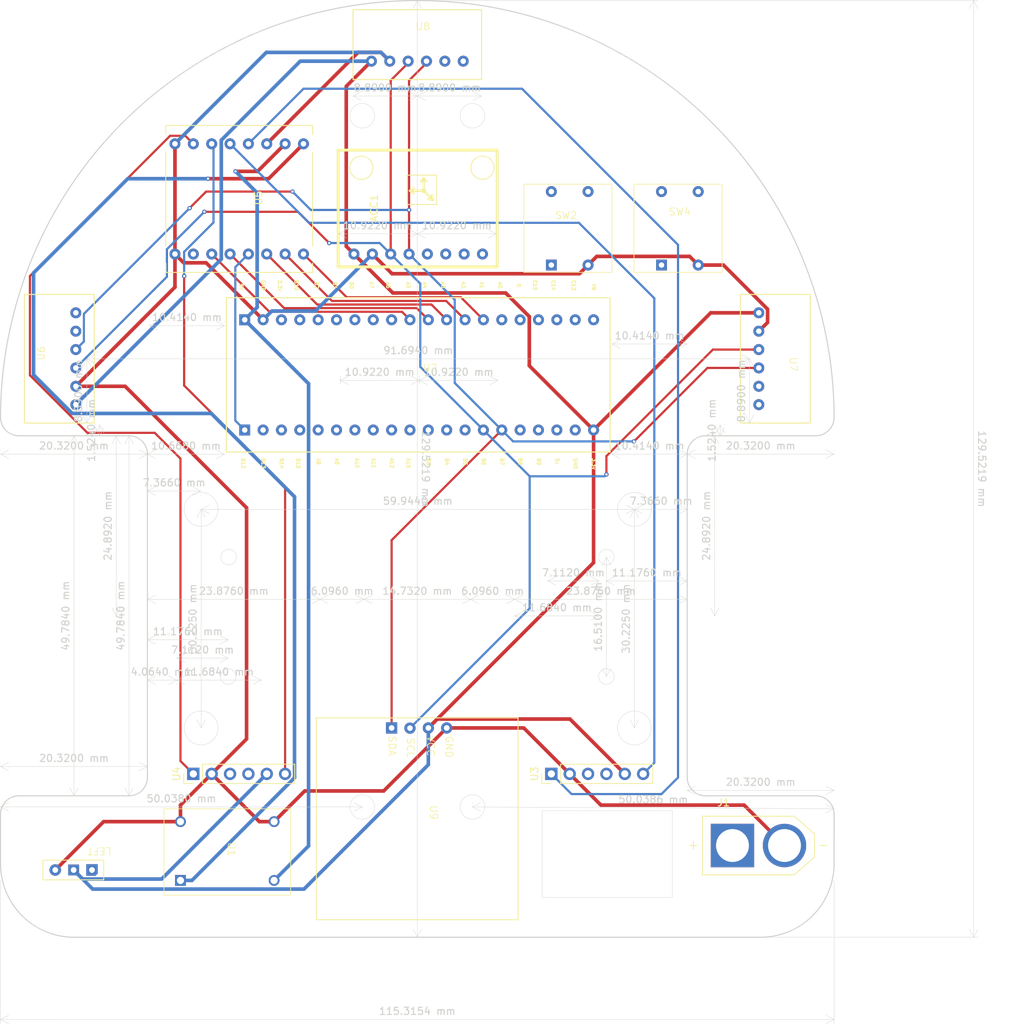
<source format=kicad_pcb>
(kicad_pcb (version 20240108) (generator "pcbnew") (generator_version "8.0")
  (layers (0 "F.Cu" signal) (31 "B.Cu" signal) (34 "B.Paste" user) (35 "F.Paste" user) (36 "B.SilkS" user "B.Silkscreen") (37 "F.SilkS" user "F.Silkscreen") (38 "B.Mask" user) (39 "F.Mask" user) (44 "Edge.Cuts" user))
  (net 0 "")
  (net 1 "3.3v")
  (net 2 "GND")
  (net 3 "SDA")
  (net 4 "SCL")
  (net 5 "push button")
  (net 6 "XSHUT 1")
  (net 7 "XSHUT 2")
  (net 10 "encoder A2")
  (net 12 "STBY")
  (net 14 "encoder A1")
  (net 15 "PWM B")
  (net 17 "encoder B1")
  (net 18 "XSHUT 3")
  (net 24 "BIN2")
  (net 26 "push button 1")
  (net 27 "encoder B2")
  (net 29 "BIN1")
  (net 30 "AIN1")
  (net 31 "AIN2")
  (net 33 "5v")
  (net 36 "PWM A")
  (net 41 "7.4vb")
  (net 42 "AO2")
  (net 43 "AO1")
  (net 44 "BO2")
  (net 45 "BO1")
  (net 46 "7.4v")
  (net 54 "slide_SW")
  (footprint "slide switch:SLIDE SW" (layer "F.Cu") (at 111.76 135.6868 180)
    (property "Reference" "SW3" (hide yes))
    (property "Value" "SW_SPDT_312" (hide yes))
  )
  (footprint "GY-521:GY-521_SMD" (layer "F.Cu") (at 170.307 55.372 90)
    (property "Reference" "ACC1")
    (property "Value" "GY-521")
  )
  (footprint "TB6612FNG:TB6612FNG" (layer "F.Cu") (at 134.62 45.974 -90)
    (property "Reference" "U5")
    (property "Value" "TB6612FNG")
  )
  (footprint "VL53L0X:VL53L0X" (layer "F.Cu") (at 203.962 59.182 -90)
    (property "Reference" "U7")
    (property "Value" "VL53L0X right")
  )
  (footprint "buck:buck" (layer "F.Cu") (at 130.048 134.874 90)
    (property "Reference" "U1")
    (property "Value" "BUCK")
  )
  (footprint "VL53L0X:VL53L0X" (layer "F.Cu") (at 150.368 29.464)
    (property "Reference" "U8")
    (property "Value" "VL53L0X middle")
  )
  (footprint "XT60:AMASS_XT60-M" (layer "F.Cu") (at 206.458 135.382)
    (property "Reference" "J1")
    (property "Value" "XT60-M")
  )
  (footprint "push button:push_button" (layer "F.Cu") (at 195.072 50.546 90)
    (property "Reference" "SW4")
    (property "Value" "SW_Push")
  )
  (footprint "oled:oled" (layer "F.Cu") (at 161.036 130.81 -90)
    (property "Reference" "U9")
    (property "Value" "oled i2c")
  )
  (footprint "Connector_PinHeader_2.54mm:PinHeader_1x06_P2.54mm_Vertical" (layer "F.Cu") (at 177.8 125.476 90)
    (property "Reference" "U3")
    (property "Value" "N20 encoder right")
  )
  (footprint "Connector_PinHeader_2.54mm:PinHeader_1x06_P2.54mm_Vertical" (layer "F.Cu") (at 128.27 125.476 90)
    (property "Reference" "U4")
    (property "Value" "N20 encoder left")
  )
  (footprint "push button:push_button" (layer "F.Cu") (at 179.832 50.546 90)
    (property "Reference" "SW2")
    (property "Value" "SW_Push")
  )
  (footprint "STM32:STM32" (layer "F.Cu") (at 132.842 80.9752)
    (property "Reference" "U2")
    (property "Value" "STM32 Blackpill")
  )
  (footprint "VL53L0X:VL53L0X" (layer "F.Cu") (at 114.554 76.962 90)
    (property "Reference" "U6")
    (property "Value" "VL53L0X left")
  )
  (gr_circle (center 166.878 130.048) (end 167.64 131.572) (stroke (width 0.05)) (fill none) (layer "Edge.Cuts"))
  (gr_circle (center 151.638 34.469883) (end 152.4 35.993883) (stroke (width 0.05)) (fill none) (layer "Edge.Cuts"))
  (gr_arc (start 214.376 128.505949) (mid 216.172051 129.249898) (end 216.916 131.045949) (stroke (width 0.15)) (layer "Edge.Cuts"))
  (gr_circle (center 129.34763 119.126) (end 130.87163 120.904) (stroke (width 0.05)) (fill none) (layer "Edge.Cuts"))
  (gr_arc (start 196.596 81.261949) (mid 197.339949 79.465898) (end 199.136 78.721949) (stroke (width 0.15)) (layer "Edge.Cuts"))
  (gr_arc (start 121.92 125.965949) (mid 121.176051 127.762) (end 119.38 128.505949) (stroke (width 0.15)) (layer "Edge.Cuts"))
  (gr_circle (center 133.096 112.014) (end 133.858 112.776) (stroke (width 0.05)) (fill none) (layer "Edge.Cuts"))
  (gr_line (start 101.6 131.045949) (end 101.6 137.903949) (stroke (width 0.15)) (layer "Edge.Cuts"))
  (gr_circle (center 151.638 130.048) (end 152.4 131.572) (stroke (width 0.05)) (fill none) (layer "Edge.Cuts"))
  (gr_arc (start 101.6 131.045949) (mid 102.343949 129.249898) (end 104.14 128.505949) (stroke (width 0.15)) (layer "Edge.Cuts"))
  (gr_circle (center 189.29163 88.9) (end 190.81563 90.678) (stroke (width 0.05)) (fill none) (layer "Edge.Cuts"))
  (gr_line (start 216.916 131.045949) (end 216.915442 137.90339) (stroke (width 0.15)) (layer "Edge.Cuts"))
  (gr_arc (start 104.14 78.721451) (mid 102.350496 77.983822) (end 101.600558 76.199442) (stroke (width 0.15)) (layer "Edge.Cuts"))
  (gr_circle (center 166.878 34.469883) (end 167.64 35.993883) (stroke (width 0.05)) (fill none) (layer "Edge.Cuts"))
  (gr_circle (center 133.15763 95.504) (end 133.91963 96.266) (stroke (width 0.05)) (fill none) (layer "Edge.Cuts"))
  (gr_circle (center 185.42 112.014) (end 186.182 112.776) (stroke (width 0.05)) (fill none) (layer "Edge.Cuts"))
  (gr_circle (center 185.42 95.504) (end 186.182 96.266) (stroke (width 0.05)) (fill none) (layer "Edge.Cuts"))
  (gr_line (start 199.136 128.505949) (end 214.376 128.505949) (stroke (width 0.15)) (layer "Edge.Cuts"))
  (gr_line (start 111.76 148.063949) (end 206.756 148.063948) (stroke (width 0.15)) (layer "Edge.Cuts"))
  (gr_arc (start 101.600558 76.199442) (mid 159.257721 18.542) (end 216.915442 76.198883) (stroke (width 0.15)) (layer "Edge.Cuts"))
  (gr_line (start 199.136 78.721949) (end 214.376 78.721949) (stroke (width 0.15)) (layer "Edge.Cuts"))
  (gr_line (start 196.596 81.261949) (end 196.596 125.965949) (stroke (width 0.15)) (layer "Edge.Cuts"))
  (gr_arc (start 199.136 128.505949) (mid 197.339949 127.762) (end 196.596 125.965949) (stroke (width 0.15)) (layer "Edge.Cuts"))
  (gr_line (start 119.38 128.505949) (end 104.14 128.505949) (stroke (width 0.15)) (layer "Edge.Cuts"))
  (gr_circle (center 129.34763 88.90096) (end 130.87163 90.67896) (stroke (width 0.05)) (fill none) (layer "Edge.Cuts"))
  (gr_circle (center 189.29163 119.126) (end 190.81563 120.904) (stroke (width 0.05)) (fill none) (layer "Edge.Cuts"))
  (gr_arc (start 119.38 78.721949) (mid 121.176051 79.465898) (end 121.92 81.261949) (stroke (width 0.15)) (layer "Edge.Cuts"))
  (gr_line (start 104.14 78.721949) (end 119.38 78.721949) (stroke (width 0.15)) (layer "Edge.Cuts"))
  (gr_line (start 121.92 81.261949) (end 121.92 125.965949) (stroke (width 0.15)) (layer "Edge.Cuts"))
  (gr_arc (start 216.915442 76.198883) (mid 216.165699 77.983623) (end 214.376 78.721447) (stroke (width 0.15)) (layer "Edge.Cuts"))
  (gr_arc (start 111.76 148.063949) (mid 104.575795 145.088154) (end 101.6 137.903949) (stroke (width 0.15)) (layer "Edge.Cuts"))
  (gr_rect (start 176.53 130.556) (end 194.53 142.556) (stroke (width 0.05)) (fill none) (layer "Edge.Cuts"))
  (gr_arc (start 216.915442 137.90339) (mid 213.940008 145.087561) (end 206.756 148.063391) (stroke (width 0.15)) (layer "Edge.Cuts"))
  (gr_text "B3" (at 160.528 81.7372 -90) (layer "F.SilkS") (effects (font (size 0.5 0.5) (thickness 0.125) (bold yes)) (justify left bottom)))
  (gr_text "B12\n" (at 134.874 81.7372 -90) (layer "F.SilkS") (effects (font (size 0.5 0.5) (thickness 0.125) (bold yes)) (justify left bottom)))
  (gr_text "A5" (at 157.734 57.3532 -90) (layer "F.SilkS") (effects (font (size 0.5 0.5) (thickness 0.125) (bold yes)) (justify left bottom)))
  (gr_text "B5" (at 165.608 81.7372 -90) (layer "F.SilkS") (effects (font (size 0.5 0.5) (thickness 0.125) (bold yes)) (justify left bottom)))
  (gr_text "A11" (at 152.908 81.7372 -90) (layer "F.SilkS") (effects (font (size 0.5 0.5) (thickness 0.125) (bold yes)) (justify left bottom)))
  (gr_text "A1" (at 167.894 57.3532 -90) (layer "F.SilkS") (effects (font (size 0.5 0.5) (thickness 0.125) (bold yes)) (justify left bottom)))
  (gr_text "B13" (at 137.668 81.7372 -90) (layer "F.SilkS") (effects (font (size 0.5 0.5) (thickness 0.125) (bold yes)) (justify left bottom)))
  (gr_text "5V" (at 134.62 57.6072 -90) (layer "F.SilkS") (effects (font (size 0.5 0.5) (thickness 0.125) (bold yes)) (justify left bottom)))
  (gr_text "A15" (at 157.734 81.7372 -90) (layer "F.SilkS") (effects (font (size 0.5 0.5) (thickness 0.125) (bold yes)) (justify left bottom)))
  (gr_text "B2" (at 145.034 57.3532 -90) (layer "F.SilkS") (effects (font (size 0.5 0.5) (thickness 0.125) (bold yes)) (justify left bottom)))
  (gr_text "A4" (at 160.02 57.3532 -90) (layer "F.SilkS") (effects (font (size 0.5 0.5) (thickness 0.125) (bold yes)) (justify left bottom)))
  (gr_text "C15" (at 175.26 57.0992 -90) (layer "F.SilkS") (effects (font (size 0.5 0.5) (thickness 0.125) (bold yes)) (justify left bottom)))
  (gr_text "B4" (at 163.068 81.7372 -90) (layer "F.SilkS") (effects (font (size 0.5 0.5) (thickness 0.125) (bold yes)) (justify left bottom)))
  (gr_text "5v" (at 178.308 81.7372 -90) (layer "F.SilkS") (effects (font (size 0.5 0.5) (thickness 0.125) (bold yes)) (justify left bottom)))
  (gr_text "A10" (at 150.622 81.7372 -90) (layer "F.SilkS") (effects (font (size 0.5 0.5) (thickness 0.125) (bold yes)) (justify left bottom)))
  (gr_text "VB\n" (at 183.388 57.6072 -90) (layer "F.SilkS") (effects (font (size 0.5 0.5) (thickness 0.125) (bold yes)) (justify left bottom)))
  (gr_text "B0" (at 149.86 57.3532 -90) (layer "F.SilkS") (effects (font (size 0.5 0.5) (thickness 0.125) (bold yes)) (justify left bottom)))
  (gr_text "A2" (at 165.354 57.3532 -90) (layer "F.SilkS") (effects (font (size 0.5 0.5) (thickness 0.125) (bold yes)) (justify left bottom)))
  (gr_text "B15" (at 142.494 81.7372 -90) (layer "F.SilkS") (effects (font (size 0.5 0.5) (thickness 0.125) (bold yes)) (justify left bottom)))
  (gr_text "A3" (at 162.56 57.3532 -90) (layer "F.SilkS") (effects (font (size 0.5 0.5) (thickness 0.125) (bold yes)) (justify left bottom)))
  (gr_text "B14" (at 140.208 81.7372 -90) (layer "F.SilkS") (effects (font (size 0.5 0.5) (thickness 0.125) (bold yes)) (justify left bottom)))
  (gr_text "GND" (at 180.848 81.7372 -90) (layer "F.SilkS") (effects (font (size 0.5 0.5) (thickness 0.125) (bold yes)) (justify left bottom)))
  (gr_text "3.3v" (at 139.954 57.0992 -90) (layer "F.SilkS") (effects (font (size 0.5 0.5) (thickness 0.125) (bold yes)) (justify left bottom)))
  (gr_text "B1" (at 147.574 57.3532 -90) (layer "F.SilkS") (effects (font (size 0.5 0.5) (thickness 0.125) (bold yes)) (justify left bottom)))
  (gr_text "A8" (at 145.288 81.7372 -90) (layer "F.SilkS") (effects (font (size 0.5 0.5) (thickness 0.125) (bold yes)) (justify left bottom)))
  (gr_text "B8" (at 173.228 81.707438 -90) (layer "F.SilkS") (effects (font (size 0.5 0.5) (thickness 0.125) (bold yes)) (justify left bottom)))
  (gr_text "B6" (at 168.148 81.7372 -90) (layer "F.SilkS") (effects (font (size 0.5 0.5) (thickness 0.125) (bold yes)) (justify left bottom)))
  (gr_text "A0" (at 170.434 57.3532 -90) (layer "F.SilkS") (effects (font (size 0.5 0.5) (thickness 0.125) (bold yes)) (justify left bottom)))
  (gr_text "A6" (at 154.94 57.3532 -90) (layer "F.SilkS") (effects (font (size 0.5 0.5) (thickness 0.125) (bold yes)) (justify left bottom)))
  (gr_text "B9\n" (at 175.768 81.7372 -90) (layer "F.SilkS") (effects (font (size 0.5 0.5) (thickness 0.125) (bold yes)) (justify left bottom)))
  (gr_text "GND" (at 137.668 57.0992 -90) (layer "F.SilkS") (effects (font (size 0.5 0.5) (thickness 0.125) (bold yes)) (justify left bottom)))
  (gr_text "A12\n" (at 155.448 81.7372 -90) (layer "F.SilkS") (effects (font (size 0.5 0.5) (thickness 0.125) (bold yes)) (justify left bottom)))
  (gr_text "3.3v" (at 183.388 81.7372 -90) (layer "F.SilkS") (effects (font (size 0.5 0.5) (thickness 0.125) (bold yes)) (justify left bottom)))
  (gr_text "C14" (at 177.8 57.0992 -90) (layer "F.SilkS") (effects (font (size 0.5 0.5) (thickness 0.125) (bold yes)) (justify left bottom)))
  (gr_text "A7" (at 152.654 57.3532 -90) (layer "F.SilkS") (effects (font (size 0.5 0.5) (thickness 0.125) (bold yes)) (justify left bottom)))
  (gr_text "A9" (at 147.828 81.7372 -90) (layer "F.SilkS") (effects (font (size 0.5 0.5) (thickness 0.125) (bold yes)) (justify left bottom)))
  (gr_text "R" (at 172.974 57.6072 -90) (layer "F.SilkS") (effects (font (size 0.5 0.5) (thickness 0.125) (bold yes)) (justify left bottom)))
  (gr_text "B10" (at 142.24 57.0992 -90) (layer "F.SilkS") (effects (font (size 0.5 0.5) (thickness 0.125) (bold yes)) (justify left bottom)))
  (gr_text "B7" (at 170.688 81.7372 -90) (layer "F.SilkS") (effects (font (size 0.5 0.5) (thickness 0.125) (bold yes)) (justify left bottom)))
  (gr_text "C13\n" (at 180.594 57.0992 -90) (layer "F.SilkS") (effects (font (size 0.5 0.5) (thickness 0.125) (bold yes)) (justify left bottom)))
  (dimension (type aligned) (layer "Edge.Cuts") (pts (xy 159.512 71.0692) (xy 170.434 71.0692)) (height 0) (gr_text "10.9220 mm" (at 164.973 69.9192 0) (layer "Edge.Cuts") (effects (font (size 1 1) (thickness 0.15)))) (format (prefix "") (suffix "") (units 3) (units_format 1) (precision 4)) (style (thickness 0.05) (arrow_length 1.27) (text_position_mode 0) (extension_height 0.58642) (extension_offset 0.5) keep_text_aligned))
  (dimension (type aligned) (layer "Edge.Cuts") (pts (xy 137.668 112.522) (xy 125.984 112.522)) (height 0) (gr_text "11.6840 mm" (at 131.826 111.372 0) (layer "Edge.Cuts") (effects (font (size 1 1) (thickness 0.15)))) (format (prefix "") (suffix "") (units 3) (units_format 1) (precision 4)) (style (thickness 0.05) (arrow_length 1.27) (text_position_mode 0) (extension_height 0.58642) (extension_offset 0.5) keep_text_aligned))
  (dimension (type aligned) (layer "Edge.Cuts") (pts (xy 159.257721 18.542) (xy 159.258 148.063949)) (height 0) (gr_text "129.5219 mm" (at 160.407861 83.302973 270.0001239) (layer "Edge.Cuts") (effects (font (size 1 1) (thickness 0.15)))) (format (prefix "") (suffix "") (units 3) (units_format 1) (precision 4)) (style (thickness 0.05) (arrow_length 1.27) (text_position_mode 0) (extension_height 0.58642) (extension_offset 0.5) keep_text_aligned))
  (dimension (type aligned) (layer "Edge.Cuts") (pts (xy 125.984 109.474) (xy 133.096 109.474)) (height 0) (gr_text "7.1120 mm" (at 129.54 108.324 0) (layer "Edge.Cuts") (effects (font (size 1 1) (thickness 0.15)))) (format (prefix "") (suffix "") (units 3) (units_format 1) (precision 4)) (style (thickness 0.05) (arrow_length 1.27) (text_position_mode 0) (extension_height 0.58642) (extension_offset 0.5) keep_text_aligned))
  (dimension (type aligned) (layer "Edge.Cuts") (pts (xy 201.168 77.216) (xy 201.168 78.74)) (height 0) (gr_text "1.5240 mm" (at 200.018 77.978 90) (layer "Edge.Cuts") (effects (font (size 1 1) (thickness 0.15)))) (format (prefix "") (suffix "") (units 3) (units_format 1) (precision 4)) (style (thickness 0.05) (arrow_length 1.27) (text_position_mode 0) (extension_height 0.58642) (extension_offset 0.5) keep_text_aligned))
  (dimension (type aligned) (layer "Edge.Cuts") (pts (xy 145.796 101.346) (xy 151.892 101.346)) (height 0) (gr_text "6.0960 mm" (at 148.844 100.196 0) (layer "Edge.Cuts") (effects (font (size 1 1) (thickness 0.15)))) (format (prefix "") (suffix "") (units 3) (units_format 1) (precision 4)) (style (thickness 0.05) (arrow_length 1.27) (text_position_mode 0) (extension_height 0.58642) (extension_offset 0.5) keep_text_aligned))
  (dimension (type aligned) (layer "Edge.Cuts") (pts (xy 185.42 95.504) (xy 185.42 112.014)) (height 0) (gr_text "16.5100 mm" (at 184.27 103.759 90) (layer "Edge.Cuts") (effects (font (size 1 1) (thickness 0.15)))) (format (prefix "") (suffix "") (units 3) (units_format 1) (precision 4)) (style (thickness 0.05) (arrow_length 1.27) (text_position_mode 0) (extension_height 0.58642) (extension_offset 0.5) keep_text_aligned))
  (dimension (type aligned) (layer "Edge.Cuts") (pts (xy 129.286 86.36096) (xy 121.92 86.36)) (height 0) (gr_text "7.3660 mm" (at 125.60315 85.21048 -0.00746727505) (layer "Edge.Cuts") (effects (font (size 1 1) (thickness 0.15)))) (format (prefix "") (suffix "") (units 3) (units_format 1) (precision 4)) (style (thickness 0.05) (arrow_length 1.27) (text_position_mode 0) (extension_height 0.58642) (extension_offset 0.5) keep_text_aligned))
  (dimension (type aligned) (layer "Edge.Cuts") (pts (xy 172.72 101.346) (xy 196.596 101.346)) (height 0) (gr_text "23.8760 mm" (at 184.658 100.196 0) (layer "Edge.Cuts") (effects (font (size 1 1) (thickness 0.15)))) (format (prefix "") (suffix "") (units 3) (units_format 1) (precision 4)) (style (thickness 0.05) (arrow_length 1.27) (text_position_mode 0) (extension_height 0.58642) (extension_offset 0.5) keep_text_aligned))
  (dimension (type aligned) (layer "Edge.Cuts") (pts (xy 121.92 106.934) (xy 133.096 106.934)) (height 0) (gr_text "11.1760 mm" (at 127.508 105.784 0) (layer "Edge.Cuts") (effects (font (size 1 1) (thickness 0.15)))) (format (prefix "") (suffix "") (units 3) (units_format 1) (precision 4)) (style (thickness 0.05) (arrow_length 1.27) (text_position_mode 0) (extension_height 0.58642) (extension_offset 0.5) keep_text_aligned))
  (dimension (type aligned) (layer "Edge.Cuts") (pts (xy 185.42 98.806) (xy 196.596 98.806)) (height 0) (gr_text "11.1760 mm" (at 191.008 97.656 0) (layer "Edge.Cuts") (effects (font (size 1 1) (thickness 0.15)))) (format (prefix "") (suffix "") (units 3) (units_format 1) (precision 4)) (style (thickness 0.05) (arrow_length 1.27) (text_position_mode 0) (extension_height 0.58642) (extension_offset 0.5) keep_text_aligned))
  (dimension (type aligned) (layer "Edge.Cuts") (pts (xy 184.404 103.632) (xy 172.72 103.632)) (height 0) (gr_text "11.6840 mm" (at 178.562 102.482 0) (layer "Edge.Cuts") (effects (font (size 1 1) (thickness 0.15)))) (format (prefix "") (suffix "") (units 3) (units_format 1) (precision 4)) (style (thickness 0.05) (arrow_length 1.27) (text_position_mode 0) (extension_height 0.58642) (extension_offset 0.5) keep_text_aligned))
  (dimension (type aligned) (layer "Edge.Cuts") (pts (xy 159.257721 18.542) (xy 159.258 148.063949)) (height -76.963308) (gr_text "129.5219 mm" (at 237.371169 83.302807 270.0001239) (layer "Edge.Cuts") (effects (font (size 1 1) (thickness 0.15)))) (format (prefix "") (suffix "") (units 3) (units_format 1) (precision 4)) (style (thickness 0.05) (arrow_length 1.27) (text_position_mode 0) (extension_height 0.58642) (extension_offset 0.5) keep_text_aligned))
  (dimension (type aligned) (layer "Edge.Cuts") (pts (xy 205.232 68.072) (xy 113.538 68.072)) (height 0) (gr_text "91.6940 mm" (at 159.385 66.922 0) (layer "Edge.Cuts") (effects (font (size 1 1) (thickness 0.15)))) (format (prefix "") (suffix "") (units 3) (units_format 1) (precision 4)) (style (thickness 0.05) (arrow_length 1.27) (text_position_mode 0) (extension_height 0.58642) (extension_offset 0.5) keep_text_aligned))
  (dimension (type aligned) (layer "Edge.Cuts") (pts (xy 101.6 139.7) (xy 216.915442 139.699441)) (height 19.740884) (gr_text "115.3154 mm" (at 159.257811 158.290604 0.0002782423236) (layer "Edge.Cuts") (effects (font (size 1 1) (thickness 0.15)))) (format (prefix "") (suffix "") (units 3) (units_format 1) (precision 4)) (style (thickness 0.05) (arrow_length 1.27) (text_position_mode 0) (extension_height 0.58642) (extension_offset 0.5) keep_text_aligned))
  (dimension (type aligned) (layer "Edge.Cuts") (pts (xy 119.38 128.505949) (xy 119.38 78.721949)) (height 0) (gr_text "49.7840 mm" (at 118.23 103.613949 90) (layer "Edge.Cuts") (effects (font (size 1 1) (thickness 0.15)))) (format (prefix "") (suffix "") (units 3) (units_format 1) (precision 4)) (style (thickness 0.05) (arrow_length 1.27) (text_position_mode 0) (extension_height 0.58642) (extension_offset 0.5) keep_text_aligned))
  (dimension (type aligned) (layer "Edge.Cuts") (pts (xy 101.6 81.261949) (xy 121.92 81.261949)) (height 0) (gr_text "20.3200 mm" (at 111.76 80.111949 0) (layer "Edge.Cuts") (effects (font (size 1 1) (thickness 0.15)))) (format (prefix "") (suffix "") (units 3) (units_format 1) (precision 4)) (style (thickness 0.05) (arrow_length 1.27) (text_position_mode 0) (extension_height 0.58642) (extension_offset 0.5) keep_text_aligned))
  (dimension (type aligned) (layer "Edge.Cuts") (pts (xy 189.29163 88.90096) (xy 189.29163 119.126)) (height 0) (gr_text "30.2250 mm" (at 188.14163 104.01348 90) (layer "Edge.Cuts") (effects (font (size 1 1) (thickness 0.15)))) (format (prefix "") (suffix "") (units 3) (units_format 1) (precision 4)) (style (thickness 0.05) (arrow_length 1.27) (text_position_mode 0) (extension_height 0.58642) (extension_offset 0.5) keep_text_aligned))
  (dimension (type aligned) (layer "Edge.Cuts") (pts (xy 177.292 98.806) (xy 184.404 98.806)) (height 0) (gr_text "7.1120 mm" (at 180.848 97.656 0) (layer "Edge.Cuts") (effects (font (size 1 1) (thickness 0.15)))) (format (prefix "") (suffix "") (units 3) (units_format 1) (precision 4)) (style (thickness 0.05) (arrow_length 1.27) (text_position_mode 0) (extension_height 0.58642) (extension_offset 0.5) keep_text_aligned))
  (dimension (type aligned) (layer "Edge.Cuts") (pts (xy 121.92 101.346) (xy 145.796 101.346)) (height 0) (gr_text "23.8760 mm" (at 133.858 100.196 0) (layer "Edge.Cuts") (effects (font (size 1 1) (thickness 0.15)))) (format (prefix "") (suffix "") (units 3) (units_format 1) (precision 4)) (style (thickness 0.05) (arrow_length 1.27) (text_position_mode 0) (extension_height 0.58642) (extension_offset 0.5) keep_text_aligned))
  (dimension (type aligned) (layer "Edge.Cuts") (pts (xy 122.174 63.5) (xy 132.588 63.5)) (height 0) (gr_text "10.4140 mm" (at 127.381 62.35 0) (layer "Edge.Cuts") (effects (font (size 1 1) (thickness 0.15)))) (format (prefix "") (suffix "") (units 3) (units_format 1) (precision 4)) (style (thickness 0.05) (arrow_length 1.27) (text_position_mode 0) (extension_height 0.58642) (extension_offset 0.5) keep_text_aligned))
  (dimension (type aligned) (layer "Edge.Cuts") (pts (xy 196.596 81.261949) (xy 216.916 81.261949)) (height 0) (gr_text "20.3200 mm" (at 206.756 80.111949 0) (layer "Edge.Cuts") (effects (font (size 1 1) (thickness 0.15)))) (format (prefix "") (suffix "") (units 3) (units_format 1) (precision 4)) (style (thickness 0.05) (arrow_length 1.27) (text_position_mode 0) (extension_height 0.58642) (extension_offset 0.5) keep_text_aligned))
  (dimension (type aligned) (layer "Edge.Cuts") (pts (xy 129.34763 119.126) (xy 129.34763 88.90096)) (height 0) (gr_text "30.2250 mm" (at 128.19763 104.01348 90) (layer "Edge.Cuts") (effects (font (size 1 1) (thickness 0.15)))) (format (prefix "") (suffix "") (units 3) (units_format 1) (precision 4)) (style (thickness 0.05) (arrow_length 1.27) (text_position_mode 0) (extension_height 0.58642) (extension_offset 0.5) keep_text_aligned))
  (dimension (type aligned) (layer "Edge.Cuts") (pts (xy 121.92 81.261949) (xy 132.588 81.28)) (height 0) (gr_text "10.6680 mm" (at 127.255946 80.120977 359.9030463) (layer "Edge.Cuts") (effects (font (size 1 1) (thickness 0.15)))) (format (prefix "") (suffix "") (units 3) (units_format 1) (precision 4)) (style (thickness 0.05) (arrow_length 1.27) (text_position_mode 0) (extension_height 0.58642) (extension_offset 0.5) keep_text_aligned))
  (dimension (type aligned) (layer "Edge.Cuts") (pts (xy 121.92 112.522) (xy 125.984 112.522)) (height 0) (gr_text "4.0640 mm" (at 123.952 111.372 0) (layer "Edge.Cuts") (effects (font (size 1 1) (thickness 0.15)))) (format (prefix "") (suffix "") (units 3) (units_format 1) (precision 4)) (style (thickness 0.05) (arrow_length 1.27) (text_position_mode 0) (extension_height 0.58642) (extension_offset 0.5) keep_text_aligned))
  (dimension (type aligned) (layer "Edge.Cuts") (pts (xy 166.624 101.346) (xy 172.72 101.346)) (height 0) (gr_text "6.0960 mm" (at 169.672 100.196 0) (layer "Edge.Cuts") (effects (font (size 1 1) (thickness 0.15)))) (format (prefix "") (suffix "") (units 3) (units_format 1) (precision 4)) (style (thickness 0.05) (arrow_length 1.27) (text_position_mode 0) (extension_height 0.58642) (extension_offset 0.5) keep_text_aligned))
  (dimension (type aligned) (layer "Edge.Cuts") (pts (xy 186.182 81.28) (xy 196.596 81.261949)) (height 0) (gr_text "10.4140 mm" (at 191.387007 80.120976 0.0993184536) (layer "Edge.Cuts") (effects (font (size 1 1) (thickness 0.15)))) (format (prefix "") (suffix "") (units 3) (units_format 1) (precision 4)) (style (thickness 0.05) (arrow_length 1.27) (text_position_mode 0) (extension_height 0.58642) (extension_offset 0.5) keep_text_aligned))
  (dimension (type aligned) (layer "Edge.Cuts") (pts (xy 205.232 76.962) (xy 205.232 68.072)) (height 0) (gr_text "8.8900 mm" (at 204.082 72.517 90) (layer "Edge.Cuts") (effects (font (size 1 1) (thickness 0.15)))) (format (prefix "") (suffix "") (units 3) (units_format 1) (precision 4)) (style (thickness 0.05) (arrow_length 1.27) (text_position_mode 0) (extension_height 0.58642) (extension_offset 0.5) keep_text_aligned))
  (dimension (type aligned) (layer "Edge.Cuts") (pts (xy 166.878 130.048) (xy 216.916 130.302)) (height 0) (gr_text "50.0386 mm" (at 191.902837 129.025015 359.709161) (layer "Edge.Cuts") (effects (font (size 1 1) (thickness 0.15)))) (format (prefix "") (suffix "") (units 3) (units_format 1) (precision 4)) (style (thickness 0.05) (arrow_length 1.27) (text_position_mode 0) (extension_height 0.58642) (extension_offset 0.5) keep_text_aligned))
  (dimension (type aligned) (layer "Edge.Cuts") (pts (xy 200.406 78.74) (xy 200.406 103.632)) (height 0) (gr_text "24.8920 mm" (at 199.256 91.186 90) (layer "Edge.Cuts") (effects (font (size 1 1) (thickness 0.15)))) (format (prefix "") (suffix "") (units 3) (units_format 1) (precision 4)) (style (thickness 0.05) (arrow_length 1.27) (text_position_mode 0) (extension_height 0.58642) (extension_offset 0.5) keep_text_aligned))
  (dimension (type aligned) (layer "Edge.Cuts") (pts (xy 113.538 76.962) (xy 113.538 68.072)) (height 0) (gr_text "8.8900 mm" (at 112.388 72.517 90) (layer "Edge.Cuts") (effects (font (size 1 1) (thickness 0.15)))) (format (prefix "") (suffix "") (units 3) (units_format 1) (precision 4)) (style (thickness 0.05) (arrow_length 1.27) (text_position_mode 0) (extension_height 0.58642) (extension_offset 0.5) keep_text_aligned))
  (dimension (type aligned) (layer "Edge.Cuts") (pts (xy 186.182 66.04) (xy 196.596 66.04)) (height 0) (gr_text "10.4140 mm" (at 191.389 64.89 0) (layer "Edge.Cuts") (effects (font (size 1 1) (thickness 0.15)))) (format (prefix "") (suffix "") (units 3) (units_format 1) (precision 4)) (style (thickness 0.05) (arrow_length 1.27) (text_position_mode 0) (extension_height 0.58642) (extension_offset 0.5) keep_text_aligned))
  (dimension (type aligned) (layer "Edge.Cuts") (pts (xy 196.596 127.762) (xy 216.916 127.762)) (height 0) (gr_text "20.3200 mm" (at 206.756 126.612 0) (layer "Edge.Cuts") (effects (font (size 1 1) (thickness 0.15)))) (format (prefix "") (suffix "") (units 3) (units_format 1) (precision 4)) (style (thickness 0.05) (arrow_length 1.27) (text_position_mode 0) (extension_height 0.58642) (extension_offset 0.5) keep_text_aligned))
  (dimension (type aligned) (layer "Edge.Cuts") (pts (xy 151.892 101.346) (xy 166.624 101.346)) (height 0) (gr_text "14.7320 mm" (at 159.258 100.196 0) (layer "Edge.Cuts") (effects (font (size 1 1) (thickness 0.15)))) (format (prefix "") (suffix "") (units 3) (units_format 1) (precision 4)) (style (thickness 0.05) (arrow_length 1.27) (text_position_mode 0) (extension_height 0.58642) (extension_offset 0.5) keep_text_aligned))
  (dimension (type aligned) (layer "Edge.Cuts") (pts (xy 159.258 31.75) (xy 150.368 31.75)) (height 0) (gr_text "8.8900 mm" (at 154.813 30.6 0) (layer "Edge.Cuts") (effects (font (size 1 1) (thickness 0.15)))) (format (prefix "") (suffix "") (units 3) (units_format 1) (precision 4)) (style (thickness 0.05) (arrow_length 1.27) (text_position_mode 0) (extension_height 0.58642) (extension_offset 0.5) keep_text_aligned))
  (dimension (type aligned) (layer "Edge.Cuts") (pts (xy 151.638 130.048) (xy 101.6 130.048)) (height 0) (gr_text "50.0380 mm" (at 126.619 128.898 0) (layer "Edge.Cuts") (effects (font (size 1 1) (thickness 0.15)))) (format (prefix "") (suffix "") (units 3) (units_format 1) (precision 4)) (style (thickness 0.05) (arrow_length 1.27) (text_position_mode 0) (extension_height 0.58642) (extension_offset 0.5) keep_text_aligned))
  (dimension (type aligned) (layer "Edge.Cuts") (pts (xy 159.258 31.75) (xy 168.148 31.75)) (height 0) (gr_text "8.8900 mm" (at 163.703 30.6 0) (layer "Edge.Cuts") (effects (font (size 1 1) (thickness 0.15)))) (format (prefix "") (suffix "") (units 3) (units_format 1) (precision 4)) (style (thickness 0.05) (arrow_length 1.27) (text_position_mode 0) (extension_height 0.58642) (extension_offset 0.5) keep_text_aligned))
  (dimension (type aligned) (layer "Edge.Cuts") (pts (xy 159.258 50.8) (xy 148.336 50.8)) (height 0) (gr_text "10.9220 mm" (at 153.797 49.65 0) (layer "Edge.Cuts") (effects (font (size 1 1) (thickness 0.15)))) (format (prefix "") (suffix "") (units 3) (units_format 1) (precision 4)) (style (thickness 0.05) (arrow_length 1.27) (text_position_mode 0) (extension_height 0.58642) (extension_offset 0.5) keep_text_aligned))
  (dimension (type aligned) (layer "Edge.Cuts") (pts (xy 159.512 72.0852) (xy 148.59 72.0852)) (height 1.016) (gr_text "10.9220 mm" (at 154.051 69.9192 0) (layer "Edge.Cuts") (effects (font (size 1 1) (thickness 0.15)))) (format (prefix "") (suffix "") (units 3) (units_format 1) (precision 4)) (style (thickness 0.05) (arrow_length 1.27) (text_position_mode 0) (extension_height 0.58642) (extension_offset 0.5) keep_text_aligned))
  (dimension (type aligned) (layer "Edge.Cuts") (pts (xy 115.316 78.74) (xy 115.316 77.216)) (height 0) (gr_text "1.5240 mm" (at 114.166 77.978 90) (layer "Edge.Cuts") (effects (font (size 1 1) (thickness 0.15)))) (format (prefix "") (suffix "") (units 3) (units_format 1) (precision 4)) (style (thickness 0.05) (arrow_length 1.27) (text_position_mode 0) (extension_height 0.58642) (extension_offset 0.5) keep_text_aligned))
  (dimension (type aligned) (layer "Edge.Cuts") (pts (xy 101.6 124.46) (xy 121.92 124.46)) (height 0) (gr_text "20.3200 mm" (at 111.76 123.31 0) (layer "Edge.Cuts") (effects (font (size 1 1) (thickness 0.15)))) (format (prefix "") (suffix "") (units 3) (units_format 1) (precision 4)) (style (thickness 0.05) (arrow_length 1.27) (text_position_mode 0) (extension_height 0.58642) (extension_offset 0.5) keep_text_aligned))
  (dimension (type aligned) (layer "Edge.Cuts") (pts (xy 159.258 50.8) (xy 170.18 50.8)) (height 0) (gr_text "10.9220 mm" (at 164.719 49.65 0) (layer "Edge.Cuts") (effects (font (size 1 1) (thickness 0.15)))) (format (prefix "") (suffix "") (units 3) (units_format 1) (precision 4)) (style (thickness 0.05) (arrow_length 1.27) (text_position_mode 0) (extension_height 0.58642) (extension_offset 0.5) keep_text_aligned))
  (dimension (type aligned) (layer "Edge.Cuts") (pts (xy 111.76 78.721949) (xy 111.76 128.505949)) (height 0) (gr_text "49.7840 mm" (at 110.61 103.613949 90) (layer "Edge.Cuts") (effects (font (size 1 1) (thickness 0.15)))) (format (prefix "") (suffix "") (units 3) (units_format 1) (precision 4)) (style (thickness 0.05) (arrow_length 1.27) (text_position_mode 0) (extension_height 0.58642) (extension_offset 0.5) keep_text_aligned))
  (dimension (type aligned) (layer "Edge.Cuts") (pts (xy 117.602 78.74) (xy 117.602 103.632)) (height 0) (gr_text "24.8920 mm" (at 116.452 91.186 90) (layer "Edge.Cuts") (effects (font (size 1 1) (thickness 0.15)))) (format (prefix "") (suffix "") (units 3) (units_format 1) (precision 4)) (style (thickness 0.05) (arrow_length 1.27) (text_position_mode 0) (extension_height 0.58642) (extension_offset 0.5) keep_text_aligned))
  (dimension (type aligned) (layer "Edge.Cuts") (pts (xy 189.29163 88.9) (xy 196.65763 88.9)) (height 0) (gr_text "7.3660 mm" (at 192.97463 87.75 0) (layer "Edge.Cuts") (effects (font (size 1 1) (thickness 0.15)))) (format (prefix "") (suffix "") (units 3) (units_format 1) (precision 4)) (style (thickness 0.05) (arrow_length 1.27) (text_position_mode 0) (extension_height 0.58642) (extension_offset 0.5) keep_text_aligned))
  (dimension (type aligned) (layer "Edge.Cuts") (pts (xy 129.34763 88.9) (xy 189.29163 88.9)) (height 0.00096) (gr_text "59.9440 mm" (at 159.31963 87.75096 0) (layer "Edge.Cuts") (effects (font (size 1 1) (thickness 0.15)))) (format (prefix "") (suffix "") (units 3) (units_format 1) (precision 4)) (style (thickness 0.05) (arrow_length 1.27) (text_position_mode 0) (extension_height 0.58642) (extension_offset 0.5) keep_text_aligned))
  (segment (start 171.484027 58.9752) (end 174.752 62.243173) (width 0.5) (layer "F.Cu") (net 1))
  (segment (start 199.8472 61.722) (end 183.642 77.9272) (width 0.5) (layer "F.Cu") (net 1))
  (segment (start 162.012 117.896) (end 180.38 117.896) (width 0.5) (layer "F.Cu") (net 1))
  (segment (start 150.495 53.594) (end 155.8762 58.9752) (width 0.5) (layer "F.Cu") (net 1))
  (segment (start 174.752 69.0372) (end 183.642 77.9272) (width 0.5) (layer "F.Cu") (net 1))
  (segment (start 160.782 119.126) (end 162.012 117.896) (width 0.5) (layer "F.Cu") (net 1))
  (segment (start 152.908 26.924) (end 149.426433 30.405567) (width 0.5) (layer "F.Cu") (net 1))
  (segment (start 183.642 77.9272) (end 183.642 96.266) (width 0.5) (layer "F.Cu") (net 1))
  (segment (start 174.752 62.243173) (end 174.752 69.0372) (width 0.5) (layer "F.Cu") (net 1))
  (segment (start 180.38 117.896) (end 187.96 125.476) (width 0.5) (layer "F.Cu") (net 1))
  (segment (start 149.426433 30.405567) (end 149.426433 52.525433) (width 0.5) (layer "F.Cu") (net 1))
  (segment (start 155.8762 58.9752) (end 171.484027 58.9752) (width 0.5) (layer "F.Cu") (net 1))
  (segment (start 183.642 96.266) (end 160.782 119.126) (width 0.5) (layer "F.Cu") (net 1))
  (segment (start 206.502 61.722) (end 199.8472 61.722) (width 0.5) (layer "F.Cu") (net 1))
  (segment (start 149.426433 52.525433) (end 150.495 53.594) (width 0.5) (layer "F.Cu") (net 1))
  (segment (start 112.014 74.422) (end 132.138 54.298) (width 0.5) (layer "B.Cu") (net 1))
  (segment (start 143.581 141.407) (end 114.3502 141.407) (width 0.5) (layer "B.Cu") (net 1))
  (segment (start 114.3502 141.407) (end 111.71 138.7668) (width 0.5) (layer "B.Cu") (net 1))
  (segment (start 160.782 119.126) (end 160.782 124.206) (width 0.5) (layer "B.Cu") (net 1))
  (segment (start 123.8892 140.0168) (end 112.96 140.0168) (width 0.5) (layer "B.Cu") (net 1))
  (segment (start 112.96 140.0168) (end 111.71 138.7668) (width 0.5) (layer "B.Cu") (net 1))
  (segment (start 132.138 54.298) (end 132.138 37.851973) (width 0.5) (layer "B.Cu") (net 1))
  (segment (start 132.138 37.851973) (end 143.065973 26.924) (width 0.5) (layer "B.Cu") (net 1))
  (segment (start 143.065973 26.924) (end 152.908 26.924) (width 0.5) (layer "B.Cu") (net 1))
  (segment (start 138.43 125.476) (end 123.8892 140.0168) (width 0.5) (layer "B.Cu") (net 1))
  (segment (start 160.782 124.206) (end 143.581 141.407) (width 0.5) (layer "B.Cu") (net 1))
  (segment (start 112.014 71.882) (end 118.8378 71.882) (width 0.5) (layer "F.Cu") (net 2))
  (segment (start 125.73 58.166) (end 125.73 53.594) (width 0.5) (layer "F.Cu") (net 2))
  (segment (start 115.8568 132.08) (end 126.492 132.08) (width 0.5) (layer "F.Cu") (net 2))
  (segment (start 184.079 53.919) (end 196.921 53.919) (width 0.5) (layer "F.Cu") (net 2))
  (segment (start 181.681 56.317) (end 182.88 55.118) (width 0.5) (layer "F.Cu") (net 2))
  (segment (start 154.236 25.712) (end 155.448 26.924) (width 0.5) (layer "F.Cu") (net 2))
  (segment (start 137.414 132.08) (end 139.446 132.08) (width 0.5) (layer "F.Cu") (net 2))
  (segment (start 207.714 63.05) (end 206.502 64.262) (width 0.5) (layer "F.Cu") (net 2))
  (segment (start 196.921 53.919) (end 198.12 55.118) (width 0.5) (layer "F.Cu") (net 2))
  (segment (start 130.81 125.476) (end 126.492 129.794) (width 0.5) (layer "F.Cu") (net 2))
  (segment (start 138.43 38.354) (end 151.072 25.712) (width 0.5) (layer "F.Cu") (net 2))
  (segment (start 109.17 138.7668) (end 115.8568 132.08) (width 0.5) (layer "F.Cu") (net 2))
  (segment (start 125.73 53.594) (end 126.942 54.806) (width 0.5) (layer "F.Cu") (net 2))
  (segment (start 184.658 129.794) (end 180.34 125.476) (width 0.5) (layer "F.Cu") (net 2))
  (segment (start 210.058 135.382) (end 204.47 129.794) (width 0.5) (layer "F.Cu") (net 2))
  (segment (start 204.47 129.794) (end 184.658 129.794) (width 0.5) (layer "F.Cu") (net 2))
  (segment (start 198.12 55.118) (end 201.612027 55.118) (width 0.5) (layer "F.Cu") (net 2))
  (segment (start 125.73 53.594) (end 125.73 38.354) (width 0.5) (layer "F.Cu") (net 2))
  (segment (start 182.88 55.118) (end 184.079 53.919) (width 0.5) (layer "F.Cu") (net 2))
  (segment (start 201.612027 55.118) (end 207.714 61.219973) (width 0.5) (layer "F.Cu") (net 2))
  (segment (start 130.81 125.476) (end 137.414 132.08) (width 0.5) (layer "F.Cu") (net 2))
  (segment (start 139.446 132.08) (end 143.69086 127.83514) (width 0.5) (layer "F.Cu") (net 2))
  (segment (start 153.035 53.594) (end 155.758 56.317) (width 0.5) (layer "F.Cu") (net 2))
  (segment (start 151.072 25.712) (end 154.236 25.712) (width 0.5) (layer "F.Cu") (net 2))
  (segment (start 118.8378 71.882) (end 135.636 88.6802) (width 0.5) (layer "F.Cu") (net 2))
  (segment (start 137.922 62.6872) (end 138.1252 62.6872) (width 0.5) (layer "F.Cu") (net 2))
  (segment (start 130.0408 54.806) (end 137.922 62.6872) (width 0.5) (layer "F.Cu") (net 2))
  (segment (start 207.714 61.219973) (end 207.714 63.05) (width 0.5) (layer "F.Cu") (net 2))
  (segment (start 135.636 88.6802) (end 135.636 120.65) (width 0.5) (layer "F.Cu") (net 2))
  (segment (start 163.322 119.126) (end 173.99 119.126) (width 0.5) (layer "F.Cu") (net 2))
  (segment (start 154.61286 127.83514) (end 163.322 119.126) (width 0.5) (layer "F.Cu") (net 2))
  (segment (start 126.942 54.806) (end 130.0408 54.806) (width 0.5) (layer "F.Cu") (net 2))
  (segment (start 155.758 56.317) (end 181.681 56.317) (width 0.5) (layer "F.Cu") (net 2))
  (segment (start 143.69086 127.83514) (end 154.61286 127.83514) (width 0.5) (layer "F.Cu") (net 2))
  (segment (start 112.014 71.882) (end 125.73 58.166) (width 0.5) (layer "F.Cu") (net 2))
  (segment (start 135.636 120.65) (end 130.81 125.476) (width 0.5) (layer "F.Cu") (net 2))
  (segment (start 126.492 129.794) (end 126.492 132.08) (width 0.5) (layer "F.Cu") (net 2))
  (segment (start 173.99 119.126) (end 180.34 125.476) (width 0.5) (layer "F.Cu") (net 2))
  (segment (start 125.73 38.354) (end 138.372 25.712) (width 0.5) (layer "B.Cu") (net 2))
  (segment (start 137.922 62.6872) (end 139.134 61.4752) (width 0.5) (layer "B.Cu") (net 2))
  (segment (start 138.372 25.712) (end 154.236 25.712) (width 0.5) (layer "B.Cu") (net 2))
  (segment (start 154.236 25.712) (end 155.448 26.924) (width 0.5) (layer "B.Cu") (net 2))
  (segment (start 145.1538 61.4752) (end 153.035 53.594) (width 0.5) (layer "B.Cu") (net 2))
  (segment (start 139.134 61.4752) (end 145.1538 61.4752) (width 0.5) (layer "B.Cu") (net 2))
  (segment (start 196.596 72.136) (end 189.23 79.502) (width 0.3) (layer "F.Cu") (net 3))
  (segment (start 158.115 29.591) (end 158.115 47.498) (width 0.3) (layer "F.Cu") (net 3))
  (segment (start 158.115 47.498) (end 158.115 53.594) (width 0.3) (layer "F.Cu") (net 3))
  (segment (start 155.702 93.1672) (end 170.942 77.9272) (width 0.3) (layer "F.Cu") (net 3))
  (segment (start 160.528 27.178) (end 158.115 29.591) (width 0.3) (layer "F.Cu") (net 3))
  (segment (start 141.986 44.958) (end 130.048 44.958) (width 0.3) (layer "F.Cu") (net 3))
  (segment (start 160.528 26.924) (end 160.528 27.178) (width 0.3) (layer "F.Cu") (net 3))
  (segment (start 130.048 44.958) (end 127.762 47.244) (width 0.3) (layer "F.Cu") (net 3))
  (segment (start 206.502 69.342) (end 199.39 69.342) (width 0.3) (layer "F.Cu") (net 3))
  (segment (start 199.39 69.342) (end 196.596 72.136) (width 0.3) (layer "F.Cu") (net 3))
  (segment (start 155.702 119.126) (end 155.702 93.1672) (width 0.3) (layer "F.Cu") (net 3))
  (via (at 189.23 79.502) (size 0.6) (drill 0.3) (layers "F.Cu" "B.Cu") (net 3))
  (via (at 158.115 47.498) (size 0.6) (drill 0.3) (layers "F.Cu" "B.Cu") (net 3))
  (via (at 141.986 44.958) (size 0.6) (drill 0.3) (layers "F.Cu" "B.Cu") (net 3))
  (via (at 127.762 47.244) (size 0.6) (drill 0.3) (layers "F.Cu" "B.Cu") (net 3))
  (segment (start 113.126 65.69) (end 112.014 66.802) (width 0.3) (layer "B.Cu") (net 3))
  (segment (start 164.434 71.4192) (end 170.942 77.9272) (width 0.3) (layer "B.Cu") (net 3))
  (segment (start 127.762 47.244) (end 113.126 61.88) (width 0.3) (layer "B.Cu") (net 3))
  (segment (start 113.126 61.88) (end 113.126 65.69) (width 0.3) (layer "B.Cu") (net 3))
  (segment (start 144.526 47.498) (end 141.986 44.958) (width 0.3) (layer "B.Cu") (net 3))
  (segment (start 164.434 59.913) (end 164.434 71.4192) (width 0.3) (layer "B.Cu") (net 3))
  (segment (start 172.5168 79.502) (end 189.23 79.502) (width 0.3) (layer "B.Cu") (net 3))
  (segment (start 170.942 77.9272) (end 172.5168 79.502) (width 0.3) (layer "B.Cu") (net 3))
  (segment (start 158.115 53.594) (end 164.434 59.913) (width 0.3) (layer "B.Cu") (net 3))
  (segment (start 158.115 47.498) (end 144.526 47.498) (width 0.3) (layer "B.Cu") (net 3))
  (segment (start 200.152 66.802) (end 196.596 70.358) (width 0.3) (layer "F.Cu") (net 4))
  (segment (start 142.748 47.752) (end 147.066 52.07) (width 0.3) (layer "F.Cu") (net 4))
  (segment (start 196.596 70.358) (end 185.42 81.534) (width 0.3) (layer "F.Cu") (net 4))
  (segment (start 206.502 66.802) (end 200.152 66.802) (width 0.3) (layer "F.Cu") (net 4))
  (segment (start 157.988 26.924) (end 157.988 27.178) (width 0.3) (layer "F.Cu") (net 4))
  (segment (start 129.794 47.752) (end 142.748 47.752) (width 0.3) (layer "F.Cu") (net 4))
  (segment (start 155.575 29.591) (end 155.575 53.594) (width 0.3) (layer "F.Cu") (net 4))
  (segment (start 157.988 27.178) (end 155.575 29.591) (width 0.3) (layer "F.Cu") (net 4))
  (segment (start 185.42 81.534) (end 185.42 84.074) (width 0.3) (layer "F.Cu") (net 4))
  (via (at 185.42 84.074) (size 0.6) (drill 0.3) (layers "F.Cu" "B.Cu") (net 4))
  (via (at 147.066 52.07) (size 0.6) (drill 0.3) (layers "F.Cu" "B.Cu") (net 4))
  (via (at 129.794 47.752) (size 0.6) (drill 0.3) (layers "F.Cu" "B.Cu") (net 4))
  (segment (start 154.051 52.07) (end 155.575 53.594) (width 0.3) (layer "B.Cu") (net 4))
  (segment (start 112.014 69.342) (end 124.618 56.738) (width 0.3) (layer "B.Cu") (net 4))
  (segment (start 124.618 52.928) (end 129.794 47.752) (width 0.3) (layer "B.Cu") (net 4))
  (segment (start 155.575 53.594) (end 159.67 57.689) (width 0.3) (layer "B.Cu") (net 4))
  (segment (start 174.8028 84.328) (end 174.8028 102.5906) (width 0.3) (layer "B.Cu") (net 4))
  (segment (start 124.618 56.738) (end 124.618 52.928) (width 0.3) (layer "B.Cu") (net 4))
  (segment (start 147.066 52.07) (end 154.051 52.07) (width 0.3) (layer "B.Cu") (net 4))
  (segment (start 159.67 57.689) (end 159.67 69.1952) (width 0.3) (layer "B.Cu") (net 4))
  (segment (start 185.166 84.328) (end 174.8028 84.328) (width 0.3) (layer "B.Cu") (net 4))
  (segment (start 185.42 84.074) (end 185.166 84.328) (width 0.3) (layer "B.Cu") (net 4))
  (segment (start 174.8028 102.5906) (end 158.242 119.1514) (width 0.3) (layer "B.Cu") (net 4))
  (segment (start 174.8028 84.328) (end 168.402 77.9272) (width 0.3) (layer "B.Cu") (net 4))
  (segment (start 159.67 69.1952) (end 168.402 77.9272) (width 0.3) (layer "B.Cu") (net 4))
  (segment (start 135.89 53.594) (end 134.078 55.406) (width 0.3) (layer "B.Cu") (net 12))
  (segment (start 134.078 76.6232) (end 135.382 77.9272) (width 0.3) (layer "B.Cu") (net 12))
  (segment (start 134.078 55.406) (end 134.078 76.6232) (width 0.3) (layer "B.Cu") (net 12))
  (segment (start 130.81 53.594) (end 138.7912 61.5752) (width 0.3) (layer "F.Cu") (net 24))
  (segment (start 138.7912 61.5752) (end 157.13 61.5752) (width 0.3) (layer "F.Cu") (net 24))
  (segment (start 157.13 61.5752) (end 158.242 62.6872) (width 0.3) (layer "F.Cu") (net 24))
  (segment (start 133.35 53.594) (end 140.8312 61.0752) (width 0.3) (layer "F.Cu") (net 29))
  (segment (start 159.17 61.0752) (end 160.782 62.6872) (width 0.3) (layer "F.Cu") (net 29))
  (segment (start 140.8312 61.0752) (end 159.17 61.0752) (width 0.3) (layer "F.Cu") (net 29))
  (segment (start 161.21 60.5752) (end 163.322 62.6872) (width 0.3) (layer "F.Cu") (net 30))
  (segment (start 138.43 53.594) (end 145.4112 60.5752) (width 0.3) (layer "F.Cu") (net 30))
  (segment (start 145.4112 60.5752) (end 161.21 60.5752) (width 0.3) (layer "F.Cu") (net 30))
  (segment (start 163.25 60.0752) (end 165.862 62.6872) (width 0.3) (layer "F.Cu") (net 31))
  (segment (start 140.97 53.594) (end 147.4512 60.0752) (width 0.3) (layer "F.Cu") (net 31))
  (segment (start 147.4512 60.0752) (end 163.25 60.0752) (width 0.3) (layer "F.Cu") (net 31))
  (segment (start 137.16 42.164) (end 140.97 38.354) (width 0.5) (layer "F.Cu") (net 33))
  (segment (start 134.112 42.164) (end 137.16 42.164) (width 0.5) (layer "F.Cu") (net 33))
  (via (at 134.112 42.164) (size 0.6) (drill 0.3) (layers "F.Cu" "B.Cu") (net 33))
  (segment (start 144.214 135.44) (end 144.214 71.5192) (width 0.5) (layer "B.Cu") (net 33))
  (segment (start 137.102 60.9672) (end 137.102 45.154) (width 0.5) (layer "B.Cu") (net 33))
  (segment (start 135.382 62.6872) (end 137.102 60.9672) (width 0.5) (layer "B.Cu") (net 33))
  (segment (start 144.214 71.5192) (end 135.382 62.6872) (width 0.5) (layer "B.Cu") (net 33))
  (segment (start 137.102 45.154) (end 134.112 42.164) (width 0.5) (layer "B.Cu") (net 33))
  (segment (start 139.446 140.208) (end 144.214 135.44) (width 0.5) (layer "B.Cu") (net 33))
  (segment (start 149.4912 59.5752) (end 165.29 59.5752) (width 0.3) (layer "F.Cu") (net 36))
  (segment (start 143.51 53.594) (end 149.4912 59.5752) (width 0.3) (layer "F.Cu") (net 36))
  (segment (start 165.29 59.5752) (end 168.402 62.6872) (width 0.3) (layer "F.Cu") (net 36))
  (segment (start 130.302 43.18) (end 138.684 43.18) (width 0.5) (layer "F.Cu") (net 41))
  (segment (start 138.684 43.18) (end 143.51 38.354) (width 0.5) (layer "F.Cu") (net 41))
  (via (at 130.302 43.18) (size 0.6) (drill 0.3) (layers "F.Cu" "B.Cu") (net 41))
  (segment (start 142.27 126.014478) (end 142.27 87.152) (width 0.5) (layer "B.Cu") (net 41))
  (segment (start 106.172 70.294027) (end 106.172 59.182) (width 0.5) (layer "B.Cu") (net 41))
  (segment (start 119.189973 43.18) (end 130.302 43.18) (width 0.5) (layer "B.Cu") (net 41))
  (segment (start 130.752 75.634) (end 111.511973 75.634) (width 0.5) (layer "B.Cu") (net 41))
  (segment (start 106.172 59.182) (end 106.172 56.197973) (width 0.5) (layer "B.Cu") (net 41))
  (segment (start 126.492 140.208) (end 128.076478 140.208) (width 0.5) (layer "B.Cu") (net 41))
  (segment (start 111.511973 75.634) (end 106.172 70.294027) (width 0.5) (layer "B.Cu") (net 41))
  (segment (start 142.27 87.152) (end 130.752 75.634) (width 0.5) (layer "B.Cu") (net 41))
  (segment (start 128.076478 140.208) (end 142.27 126.014478) (width 0.5) (layer "B.Cu") (net 41))
  (segment (start 106.172 56.197973) (end 119.189973 43.18) (width 0.5) (layer "B.Cu") (net 41))
  (segment (start 192.045608 123.930392) (end 190.5 125.476) (width 0.3) (layer "B.Cu") (net 42))
  (segment (start 133.35 38.354) (end 144.272 49.276) (width 0.3) (layer "B.Cu") (net 42))
  (segment (start 144.272 49.276) (end 181.61 49.276) (width 0.3) (layer "B.Cu") (net 42))
  (segment (start 181.61 49.276) (end 192.045608 59.711608) (width 0.3) (layer "B.Cu") (net 42))
  (segment (start 192.045608 59.711608) (end 192.045608 123.930392) (width 0.3) (layer "B.Cu") (net 42))
  (segment (start 143.51 30.734) (end 173.736 30.734) (width 0.3) (layer "B.Cu") (net 43))
  (segment (start 195.326 52.324) (end 195.326 125.984) (width 0.3) (layer "B.Cu") (net 43))
  (segment (start 180.594 128.27) (end 177.8 125.476) (width 0.3) (layer "B.Cu") (net 43))
  (segment (start 195.326 125.984) (end 193.04 128.27) (width 0.3) (layer "B.Cu") (net 43))
  (segment (start 135.89 38.354) (end 143.51 30.734) (width 0.3) (layer "B.Cu") (net 43))
  (segment (start 173.736 30.734) (end 195.326 52.324) (width 0.3) (layer "B.Cu") (net 43))
  (segment (start 193.04 128.27) (end 180.594 128.27) (width 0.3) (layer "B.Cu") (net 43))
  (segment (start 140.97 85.7392) (end 140.97 125.476) (width 0.3) (layer "F.Cu") (net 44))
  (segment (start 127 56.642) (end 127 71.7692) (width 0.3) (layer "F.Cu") (net 44))
  (segment (start 127 71.7692) (end 140.97 85.7392) (width 0.3) (layer "F.Cu") (net 44))
  (via (at 127 56.642) (size 0.6) (drill 0.3) (layers "F.Cu" "B.Cu") (net 44))
  (segment (start 131.064 38.608) (end 131.064 49.227394) (width 0.3) (layer "B.Cu") (net 44))
  (segment (start 131.064 49.227394) (end 127 53.291394) (width 0.3) (layer "B.Cu") (net 44))
  (segment (start 130.81 38.354) (end 131.064 38.608) (width 0.3) (layer "B.Cu") (net 44))
  (segment (start 127 53.291394) (end 127 56.642) (width 0.3) (layer "B.Cu") (net 44))
  (segment (start 126.492 123.698) (end 128.27 125.476) (width 0.3) (layer "F.Cu") (net 45))
  (segment (start 128.27 38.354) (end 127.158 37.242) (width 0.3) (layer "F.Cu") (net 45))
  (segment (start 122.929949 78.317949) (end 126.492 81.88) (width 0.3) (layer "F.Cu") (net 45))
  (segment (start 127.158 37.242) (end 125.064 37.242) (width 0.3) (layer "F.Cu") (net 45))
  (segment (start 125.064 37.242) (end 105.664 56.642) (width 0.3) (layer "F.Cu") (net 45))
  (segment (start 113.623949 78.317949) (end 122.929949 78.317949) (width 0.3) (layer "F.Cu") (net 45))
  (segment (start 105.664 70.358) (end 113.623949 78.317949) (width 0.3) (layer "F.Cu") (net 45))
  (segment (start 105.664 56.642) (end 105.664 70.358) (width 0.3) (layer "F.Cu") (net 45))
  (segment (start 126.492 81.88) (end 126.492 123.698) (width 0.3) (layer "F.Cu") (net 45))
)
</source>
